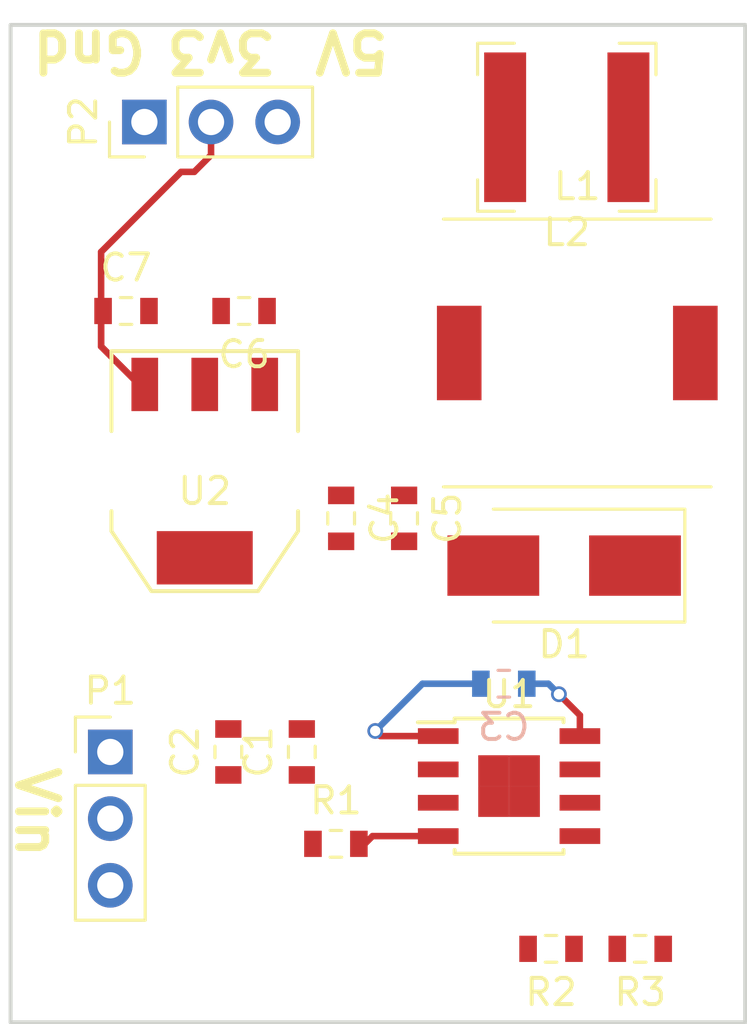
<source format=kicad_pcb>
(kicad_pcb (version 20170922) (host pcbnew "(2017-11-03 revision 08a9dc0)-master")

  (general
    (thickness 1.6)
    (drawings 8)
    (tracks 21)
    (zones 0)
    (modules 17)
    (nets 14)
  )

  (page A4)
  (layers
    (0 F.Cu signal)
    (31 B.Cu signal)
    (32 B.Adhes user)
    (33 F.Adhes user)
    (34 B.Paste user)
    (35 F.Paste user)
    (36 B.SilkS user)
    (37 F.SilkS user)
    (38 B.Mask user)
    (39 F.Mask user)
    (40 Dwgs.User user)
    (41 Cmts.User user)
    (42 Eco1.User user)
    (43 Eco2.User user)
    (44 Edge.Cuts user)
    (45 Margin user)
    (46 B.CrtYd user)
    (47 F.CrtYd user)
    (48 B.Fab user)
    (49 F.Fab user)
  )

  (setup
    (last_trace_width 0.25)
    (trace_clearance 0.2)
    (zone_clearance 0.508)
    (zone_45_only yes)
    (trace_min 0.2)
    (segment_width 0.2)
    (edge_width 0.15)
    (via_size 0.6)
    (via_drill 0.4)
    (via_min_size 0.4)
    (via_min_drill 0.3)
    (uvia_size 0.3)
    (uvia_drill 0.1)
    (uvias_allowed no)
    (uvia_min_size 0.2)
    (uvia_min_drill 0.1)
    (pcb_text_width 0.3)
    (pcb_text_size 1.5 1.5)
    (mod_edge_width 0.15)
    (mod_text_size 1 1)
    (mod_text_width 0.15)
    (pad_size 1.524 1.524)
    (pad_drill 0.762)
    (pad_to_mask_clearance 0.2)
    (aux_axis_origin 0 0)
    (visible_elements FFFFFF7F)
    (pcbplotparams
      (layerselection 0x00030_80000001)
      (usegerberextensions false)
      (usegerberattributes true)
      (usegerberadvancedattributes true)
      (creategerberjobfile true)
      (excludeedgelayer true)
      (linewidth 0.100000)
      (plotframeref false)
      (viasonmask false)
      (mode 1)
      (useauxorigin false)
      (hpglpennumber 1)
      (hpglpenspeed 20)
      (hpglpendiameter 15)
      (psnegative false)
      (psa4output false)
      (plotreference true)
      (plotvalue true)
      (plotinvisibletext false)
      (padsonsilk false)
      (subtractmaskfromsilk false)
      (outputformat 1)
      (mirror false)
      (drillshape 1)
      (scaleselection 1)
      (outputdirectory ""))
  )

  (net 0 "")
  (net 1 /Gnd)
  (net 2 /Vin)
  (net 3 "Net-(R1-Pad2)")
  (net 4 /SW)
  (net 5 /5V)
  (net 6 "Net-(C1-Pad1)")
  (net 7 "Net-(C1-Pad2)")
  (net 8 "Net-(C3-Pad1)")
  (net 9 "Net-(C3-Pad2)")
  (net 10 "Net-(C4-Pad1)")
  (net 11 "Net-(C7-Pad1)")
  (net 12 "Net-(R2-Pad1)")
  (net 13 "Net-(U1-Pad6)")

  (net_class Default "This is the default net class."
    (clearance 0.2)
    (trace_width 0.25)
    (via_dia 0.6)
    (via_drill 0.4)
    (uvia_dia 0.3)
    (uvia_drill 0.1)
    (add_net "Net-(C1-Pad1)")
    (add_net "Net-(C1-Pad2)")
    (add_net "Net-(C3-Pad1)")
    (add_net "Net-(C3-Pad2)")
    (add_net "Net-(C4-Pad1)")
    (add_net "Net-(C7-Pad1)")
    (add_net "Net-(R1-Pad2)")
    (add_net "Net-(R2-Pad1)")
    (add_net "Net-(U1-Pad6)")
  )

  (module footprints:C_0603_1608Metric (layer F.Cu) (tedit 59FE48B8) (tstamp 5A0C2C94)
    (at 135.1 107.7 90)
    (descr "Capacitor SMD 0603 (1608 Metric), square (rectangular) end terminal, IPC_7351 nominal, (Body size source: http://www.tortai-tech.com/upload/download/2011102023233369053.pdf), generated with kicad-footprint-generator")
    (tags capacitor)
    (path /5A09A767)
    (attr smd)
    (fp_text reference C1 (at 0 -1.65 90) (layer F.SilkS)
      (effects (font (size 1 1) (thickness 0.15)))
    )
    (fp_text value 10uF (at 0 1.65 90) (layer F.Fab)
      (effects (font (size 1 1) (thickness 0.15)))
    )
    (fp_line (start -0.8 0.4) (end -0.8 -0.4) (layer F.Fab) (width 0.1))
    (fp_line (start -0.8 -0.4) (end 0.8 -0.4) (layer F.Fab) (width 0.1))
    (fp_line (start 0.8 -0.4) (end 0.8 0.4) (layer F.Fab) (width 0.1))
    (fp_line (start 0.8 0.4) (end -0.8 0.4) (layer F.Fab) (width 0.1))
    (fp_line (start -0.22 -0.51) (end 0.22 -0.51) (layer F.SilkS) (width 0.12))
    (fp_line (start -0.22 0.51) (end 0.22 0.51) (layer F.SilkS) (width 0.12))
    (fp_line (start -1.46 0.75) (end -1.46 -0.75) (layer F.CrtYd) (width 0.05))
    (fp_line (start -1.46 -0.75) (end 1.46 -0.75) (layer F.CrtYd) (width 0.05))
    (fp_line (start 1.46 -0.75) (end 1.46 0.75) (layer F.CrtYd) (width 0.05))
    (fp_line (start 1.46 0.75) (end -1.46 0.75) (layer F.CrtYd) (width 0.05))
    (fp_text user %R (at 0 0 90) (layer F.Fab)
      (effects (font (size 0.5 0.5) (thickness 0.08)))
    )
    (pad 1 smd rect (at -0.875 0 90) (size 0.67 1) (layers F.Cu F.Paste F.Mask)
      (net 6 "Net-(C1-Pad1)"))
    (pad 2 smd rect (at 0.875 0 90) (size 0.67 1) (layers F.Cu F.Paste F.Mask)
      (net 7 "Net-(C1-Pad2)"))
    (model ${KISYS3DMOD}/Capacitor_SMD.3dshapes/C_0603_1608Metric.wrl
      (at (xyz 0 0 0))
      (scale (xyz 1 1 1))
      (rotate (xyz 0 0 0))
    )
  )

  (module footprints:C_0603_1608Metric (layer F.Cu) (tedit 59FE48B8) (tstamp 5A0C2CA4)
    (at 132.3 107.7 90)
    (descr "Capacitor SMD 0603 (1608 Metric), square (rectangular) end terminal, IPC_7351 nominal, (Body size source: http://www.tortai-tech.com/upload/download/2011102023233369053.pdf), generated with kicad-footprint-generator")
    (tags capacitor)
    (path /5A09A846)
    (attr smd)
    (fp_text reference C2 (at 0 -1.65 90) (layer F.SilkS)
      (effects (font (size 1 1) (thickness 0.15)))
    )
    (fp_text value 10uF (at 0 1.65 90) (layer F.Fab)
      (effects (font (size 1 1) (thickness 0.15)))
    )
    (fp_text user %R (at 0 0 90) (layer F.Fab)
      (effects (font (size 0.5 0.5) (thickness 0.08)))
    )
    (fp_line (start 1.46 0.75) (end -1.46 0.75) (layer F.CrtYd) (width 0.05))
    (fp_line (start 1.46 -0.75) (end 1.46 0.75) (layer F.CrtYd) (width 0.05))
    (fp_line (start -1.46 -0.75) (end 1.46 -0.75) (layer F.CrtYd) (width 0.05))
    (fp_line (start -1.46 0.75) (end -1.46 -0.75) (layer F.CrtYd) (width 0.05))
    (fp_line (start -0.22 0.51) (end 0.22 0.51) (layer F.SilkS) (width 0.12))
    (fp_line (start -0.22 -0.51) (end 0.22 -0.51) (layer F.SilkS) (width 0.12))
    (fp_line (start 0.8 0.4) (end -0.8 0.4) (layer F.Fab) (width 0.1))
    (fp_line (start 0.8 -0.4) (end 0.8 0.4) (layer F.Fab) (width 0.1))
    (fp_line (start -0.8 -0.4) (end 0.8 -0.4) (layer F.Fab) (width 0.1))
    (fp_line (start -0.8 0.4) (end -0.8 -0.4) (layer F.Fab) (width 0.1))
    (pad 2 smd rect (at 0.875 0 90) (size 0.67 1) (layers F.Cu F.Paste F.Mask)
      (net 7 "Net-(C1-Pad2)"))
    (pad 1 smd rect (at -0.875 0 90) (size 0.67 1) (layers F.Cu F.Paste F.Mask)
      (net 6 "Net-(C1-Pad1)"))
    (model ${KISYS3DMOD}/Capacitor_SMD.3dshapes/C_0603_1608Metric.wrl
      (at (xyz 0 0 0))
      (scale (xyz 1 1 1))
      (rotate (xyz 0 0 0))
    )
  )

  (module footprints:C_0603_1608Metric (layer B.Cu) (tedit 59FE48B8) (tstamp 5A0C2CB4)
    (at 142.8 105.1)
    (descr "Capacitor SMD 0603 (1608 Metric), square (rectangular) end terminal, IPC_7351 nominal, (Body size source: http://www.tortai-tech.com/upload/download/2011102023233369053.pdf), generated with kicad-footprint-generator")
    (tags capacitor)
    (path /5A09ADC8)
    (attr smd)
    (fp_text reference C3 (at 0 1.65) (layer B.SilkS)
      (effects (font (size 1 1) (thickness 0.15)) (justify mirror))
    )
    (fp_text value 0,1uF (at 0 -1.65) (layer B.Fab)
      (effects (font (size 1 1) (thickness 0.15)) (justify mirror))
    )
    (fp_line (start -0.8 -0.4) (end -0.8 0.4) (layer B.Fab) (width 0.1))
    (fp_line (start -0.8 0.4) (end 0.8 0.4) (layer B.Fab) (width 0.1))
    (fp_line (start 0.8 0.4) (end 0.8 -0.4) (layer B.Fab) (width 0.1))
    (fp_line (start 0.8 -0.4) (end -0.8 -0.4) (layer B.Fab) (width 0.1))
    (fp_line (start -0.22 0.51) (end 0.22 0.51) (layer B.SilkS) (width 0.12))
    (fp_line (start -0.22 -0.51) (end 0.22 -0.51) (layer B.SilkS) (width 0.12))
    (fp_line (start -1.46 -0.75) (end -1.46 0.75) (layer B.CrtYd) (width 0.05))
    (fp_line (start -1.46 0.75) (end 1.46 0.75) (layer B.CrtYd) (width 0.05))
    (fp_line (start 1.46 0.75) (end 1.46 -0.75) (layer B.CrtYd) (width 0.05))
    (fp_line (start 1.46 -0.75) (end -1.46 -0.75) (layer B.CrtYd) (width 0.05))
    (fp_text user %R (at 0 0) (layer B.Fab)
      (effects (font (size 0.5 0.5) (thickness 0.08)) (justify mirror))
    )
    (pad 1 smd rect (at -0.875 0) (size 0.67 1) (layers B.Cu B.Paste B.Mask)
      (net 8 "Net-(C3-Pad1)"))
    (pad 2 smd rect (at 0.875 0) (size 0.67 1) (layers B.Cu B.Paste B.Mask)
      (net 9 "Net-(C3-Pad2)"))
    (model ${KISYS3DMOD}/Capacitor_SMD.3dshapes/C_0603_1608Metric.wrl
      (at (xyz 0 0 0))
      (scale (xyz 1 1 1))
      (rotate (xyz 0 0 0))
    )
  )

  (module footprints:C_0603_1608Metric (layer F.Cu) (tedit 59FE48B8) (tstamp 5A0C2CC4)
    (at 136.6 98.8 270)
    (descr "Capacitor SMD 0603 (1608 Metric), square (rectangular) end terminal, IPC_7351 nominal, (Body size source: http://www.tortai-tech.com/upload/download/2011102023233369053.pdf), generated with kicad-footprint-generator")
    (tags capacitor)
    (path /5A09B81E)
    (attr smd)
    (fp_text reference C4 (at 0 -1.65 270) (layer F.SilkS)
      (effects (font (size 1 1) (thickness 0.15)))
    )
    (fp_text value 47uF (at 0 1.65 270) (layer F.Fab)
      (effects (font (size 1 1) (thickness 0.15)))
    )
    (fp_text user %R (at 0 0 270) (layer F.Fab)
      (effects (font (size 0.5 0.5) (thickness 0.08)))
    )
    (fp_line (start 1.46 0.75) (end -1.46 0.75) (layer F.CrtYd) (width 0.05))
    (fp_line (start 1.46 -0.75) (end 1.46 0.75) (layer F.CrtYd) (width 0.05))
    (fp_line (start -1.46 -0.75) (end 1.46 -0.75) (layer F.CrtYd) (width 0.05))
    (fp_line (start -1.46 0.75) (end -1.46 -0.75) (layer F.CrtYd) (width 0.05))
    (fp_line (start -0.22 0.51) (end 0.22 0.51) (layer F.SilkS) (width 0.12))
    (fp_line (start -0.22 -0.51) (end 0.22 -0.51) (layer F.SilkS) (width 0.12))
    (fp_line (start 0.8 0.4) (end -0.8 0.4) (layer F.Fab) (width 0.1))
    (fp_line (start 0.8 -0.4) (end 0.8 0.4) (layer F.Fab) (width 0.1))
    (fp_line (start -0.8 -0.4) (end 0.8 -0.4) (layer F.Fab) (width 0.1))
    (fp_line (start -0.8 0.4) (end -0.8 -0.4) (layer F.Fab) (width 0.1))
    (pad 2 smd rect (at 0.875 0 270) (size 0.67 1) (layers F.Cu F.Paste F.Mask)
      (net 7 "Net-(C1-Pad2)"))
    (pad 1 smd rect (at -0.875 0 270) (size 0.67 1) (layers F.Cu F.Paste F.Mask)
      (net 10 "Net-(C4-Pad1)"))
    (model ${KISYS3DMOD}/Capacitor_SMD.3dshapes/C_0603_1608Metric.wrl
      (at (xyz 0 0 0))
      (scale (xyz 1 1 1))
      (rotate (xyz 0 0 0))
    )
  )

  (module footprints:C_0603_1608Metric (layer F.Cu) (tedit 59FE48B8) (tstamp 5A0C2CD4)
    (at 139 98.8 270)
    (descr "Capacitor SMD 0603 (1608 Metric), square (rectangular) end terminal, IPC_7351 nominal, (Body size source: http://www.tortai-tech.com/upload/download/2011102023233369053.pdf), generated with kicad-footprint-generator")
    (tags capacitor)
    (path /5A09B916)
    (attr smd)
    (fp_text reference C5 (at 0 -1.65 270) (layer F.SilkS)
      (effects (font (size 1 1) (thickness 0.15)))
    )
    (fp_text value C (at 0 1.65 270) (layer F.Fab)
      (effects (font (size 1 1) (thickness 0.15)))
    )
    (fp_line (start -0.8 0.4) (end -0.8 -0.4) (layer F.Fab) (width 0.1))
    (fp_line (start -0.8 -0.4) (end 0.8 -0.4) (layer F.Fab) (width 0.1))
    (fp_line (start 0.8 -0.4) (end 0.8 0.4) (layer F.Fab) (width 0.1))
    (fp_line (start 0.8 0.4) (end -0.8 0.4) (layer F.Fab) (width 0.1))
    (fp_line (start -0.22 -0.51) (end 0.22 -0.51) (layer F.SilkS) (width 0.12))
    (fp_line (start -0.22 0.51) (end 0.22 0.51) (layer F.SilkS) (width 0.12))
    (fp_line (start -1.46 0.75) (end -1.46 -0.75) (layer F.CrtYd) (width 0.05))
    (fp_line (start -1.46 -0.75) (end 1.46 -0.75) (layer F.CrtYd) (width 0.05))
    (fp_line (start 1.46 -0.75) (end 1.46 0.75) (layer F.CrtYd) (width 0.05))
    (fp_line (start 1.46 0.75) (end -1.46 0.75) (layer F.CrtYd) (width 0.05))
    (fp_text user %R (at 0 0 270) (layer F.Fab)
      (effects (font (size 0.5 0.5) (thickness 0.08)))
    )
    (pad 1 smd rect (at -0.875 0 270) (size 0.67 1) (layers F.Cu F.Paste F.Mask)
      (net 10 "Net-(C4-Pad1)"))
    (pad 2 smd rect (at 0.875 0 270) (size 0.67 1) (layers F.Cu F.Paste F.Mask)
      (net 7 "Net-(C1-Pad2)"))
    (model ${KISYS3DMOD}/Capacitor_SMD.3dshapes/C_0603_1608Metric.wrl
      (at (xyz 0 0 0))
      (scale (xyz 1 1 1))
      (rotate (xyz 0 0 0))
    )
  )

  (module footprints:C_0603_1608Metric (layer F.Cu) (tedit 59FE48B8) (tstamp 5A0C2CE4)
    (at 132.9 90.9 180)
    (descr "Capacitor SMD 0603 (1608 Metric), square (rectangular) end terminal, IPC_7351 nominal, (Body size source: http://www.tortai-tech.com/upload/download/2011102023233369053.pdf), generated with kicad-footprint-generator")
    (tags capacitor)
    (path /5A09BAED)
    (attr smd)
    (fp_text reference C6 (at 0 -1.65 180) (layer F.SilkS)
      (effects (font (size 1 1) (thickness 0.15)))
    )
    (fp_text value 0.1uF (at 0 1.65 180) (layer F.Fab)
      (effects (font (size 1 1) (thickness 0.15)))
    )
    (fp_text user %R (at 0 0 180) (layer F.Fab)
      (effects (font (size 0.5 0.5) (thickness 0.08)))
    )
    (fp_line (start 1.46 0.75) (end -1.46 0.75) (layer F.CrtYd) (width 0.05))
    (fp_line (start 1.46 -0.75) (end 1.46 0.75) (layer F.CrtYd) (width 0.05))
    (fp_line (start -1.46 -0.75) (end 1.46 -0.75) (layer F.CrtYd) (width 0.05))
    (fp_line (start -1.46 0.75) (end -1.46 -0.75) (layer F.CrtYd) (width 0.05))
    (fp_line (start -0.22 0.51) (end 0.22 0.51) (layer F.SilkS) (width 0.12))
    (fp_line (start -0.22 -0.51) (end 0.22 -0.51) (layer F.SilkS) (width 0.12))
    (fp_line (start 0.8 0.4) (end -0.8 0.4) (layer F.Fab) (width 0.1))
    (fp_line (start 0.8 -0.4) (end 0.8 0.4) (layer F.Fab) (width 0.1))
    (fp_line (start -0.8 -0.4) (end 0.8 -0.4) (layer F.Fab) (width 0.1))
    (fp_line (start -0.8 0.4) (end -0.8 -0.4) (layer F.Fab) (width 0.1))
    (pad 2 smd rect (at 0.875 0 180) (size 0.67 1) (layers F.Cu F.Paste F.Mask)
      (net 7 "Net-(C1-Pad2)"))
    (pad 1 smd rect (at -0.875 0 180) (size 0.67 1) (layers F.Cu F.Paste F.Mask)
      (net 10 "Net-(C4-Pad1)"))
    (model ${KISYS3DMOD}/Capacitor_SMD.3dshapes/C_0603_1608Metric.wrl
      (at (xyz 0 0 0))
      (scale (xyz 1 1 1))
      (rotate (xyz 0 0 0))
    )
  )

  (module footprints:C_0603_1608Metric (layer F.Cu) (tedit 59FE48B8) (tstamp 5A0C2CF4)
    (at 128.4 90.9)
    (descr "Capacitor SMD 0603 (1608 Metric), square (rectangular) end terminal, IPC_7351 nominal, (Body size source: http://www.tortai-tech.com/upload/download/2011102023233369053.pdf), generated with kicad-footprint-generator")
    (tags capacitor)
    (path /5A09BBBF)
    (attr smd)
    (fp_text reference C7 (at 0 -1.65) (layer F.SilkS)
      (effects (font (size 1 1) (thickness 0.15)))
    )
    (fp_text value 0.1uF (at 0 1.65) (layer F.Fab)
      (effects (font (size 1 1) (thickness 0.15)))
    )
    (fp_line (start -0.8 0.4) (end -0.8 -0.4) (layer F.Fab) (width 0.1))
    (fp_line (start -0.8 -0.4) (end 0.8 -0.4) (layer F.Fab) (width 0.1))
    (fp_line (start 0.8 -0.4) (end 0.8 0.4) (layer F.Fab) (width 0.1))
    (fp_line (start 0.8 0.4) (end -0.8 0.4) (layer F.Fab) (width 0.1))
    (fp_line (start -0.22 -0.51) (end 0.22 -0.51) (layer F.SilkS) (width 0.12))
    (fp_line (start -0.22 0.51) (end 0.22 0.51) (layer F.SilkS) (width 0.12))
    (fp_line (start -1.46 0.75) (end -1.46 -0.75) (layer F.CrtYd) (width 0.05))
    (fp_line (start -1.46 -0.75) (end 1.46 -0.75) (layer F.CrtYd) (width 0.05))
    (fp_line (start 1.46 -0.75) (end 1.46 0.75) (layer F.CrtYd) (width 0.05))
    (fp_line (start 1.46 0.75) (end -1.46 0.75) (layer F.CrtYd) (width 0.05))
    (fp_text user %R (at 0 0) (layer F.Fab)
      (effects (font (size 0.5 0.5) (thickness 0.08)))
    )
    (pad 1 smd rect (at -0.875 0) (size 0.67 1) (layers F.Cu F.Paste F.Mask)
      (net 11 "Net-(C7-Pad1)"))
    (pad 2 smd rect (at 0.875 0) (size 0.67 1) (layers F.Cu F.Paste F.Mask)
      (net 7 "Net-(C1-Pad2)"))
    (model ${KISYS3DMOD}/Capacitor_SMD.3dshapes/C_0603_1608Metric.wrl
      (at (xyz 0 0 0))
      (scale (xyz 1 1 1))
      (rotate (xyz 0 0 0))
    )
  )

  (module footprints:D_SMB_Handsoldering (layer F.Cu) (tedit 590B3D55) (tstamp 5A0C2D04)
    (at 145.1 100.6 180)
    (descr "Diode SMB (DO-214AA) Handsoldering")
    (tags "Diode SMB (DO-214AA) Handsoldering")
    (path /5A09AF2F)
    (attr smd)
    (fp_text reference D1 (at 0 -3 180) (layer F.SilkS)
      (effects (font (size 1 1) (thickness 0.15)))
    )
    (fp_text value SSB43L (at 0 3 180) (layer F.Fab)
      (effects (font (size 1 1) (thickness 0.15)))
    )
    (fp_text user %R (at 0 -3 180) (layer F.Fab)
      (effects (font (size 1 1) (thickness 0.15)))
    )
    (fp_line (start -4.6 -2.15) (end -4.6 2.15) (layer F.SilkS) (width 0.12))
    (fp_line (start 2.3 2) (end -2.3 2) (layer F.Fab) (width 0.1))
    (fp_line (start -2.3 2) (end -2.3 -2) (layer F.Fab) (width 0.1))
    (fp_line (start 2.3 -2) (end 2.3 2) (layer F.Fab) (width 0.1))
    (fp_line (start 2.3 -2) (end -2.3 -2) (layer F.Fab) (width 0.1))
    (fp_line (start -4.7 -2.25) (end 4.7 -2.25) (layer F.CrtYd) (width 0.05))
    (fp_line (start 4.7 -2.25) (end 4.7 2.25) (layer F.CrtYd) (width 0.05))
    (fp_line (start 4.7 2.25) (end -4.7 2.25) (layer F.CrtYd) (width 0.05))
    (fp_line (start -4.7 2.25) (end -4.7 -2.25) (layer F.CrtYd) (width 0.05))
    (fp_line (start -0.64944 0.00102) (end -1.55114 0.00102) (layer F.Fab) (width 0.1))
    (fp_line (start 0.50118 0.00102) (end 1.4994 0.00102) (layer F.Fab) (width 0.1))
    (fp_line (start -0.64944 -0.79908) (end -0.64944 0.80112) (layer F.Fab) (width 0.1))
    (fp_line (start 0.50118 0.75032) (end 0.50118 -0.79908) (layer F.Fab) (width 0.1))
    (fp_line (start -0.64944 0.00102) (end 0.50118 0.75032) (layer F.Fab) (width 0.1))
    (fp_line (start -0.64944 0.00102) (end 0.50118 -0.79908) (layer F.Fab) (width 0.1))
    (fp_line (start -4.6 2.15) (end 2.7 2.15) (layer F.SilkS) (width 0.12))
    (fp_line (start -4.6 -2.15) (end 2.7 -2.15) (layer F.SilkS) (width 0.12))
    (pad 1 smd rect (at -2.7 0 180) (size 3.5 2.3) (layers F.Cu F.Paste F.Mask)
      (net 9 "Net-(C3-Pad2)"))
    (pad 2 smd rect (at 2.7 0 180) (size 3.5 2.3) (layers F.Cu F.Paste F.Mask)
      (net 7 "Net-(C1-Pad2)"))
    (model ${KISYS3DMOD}/Diode_SMD.3dshapes/D_SMB.wrl
      (at (xyz 0 0 0))
      (scale (xyz 1 1 1))
      (rotate (xyz 0 0 0))
    )
  )

  (module footprints:L_TDK_VLF10040 (layer F.Cu) (tedit 5A01DF12) (tstamp 5A0C2D1B)
    (at 145.6 92.5)
    (descr "Inductor,TDK, TDK-VLP-8040, 8.6mmx8.6mm")
    (tags "inductor TDK VLP smd VLF10040")
    (path /5A09B461)
    (attr smd)
    (fp_text reference L1 (at 0 -6.35) (layer F.SilkS)
      (effects (font (size 1 1) (thickness 0.15)))
    )
    (fp_text value VLF10040T (at 0 6) (layer F.Fab)
      (effects (font (size 1 1) (thickness 0.15)))
    )
    (fp_text user %R (at 0 0) (layer F.Fab)
      (effects (font (size 1 1) (thickness 0.15)))
    )
    (fp_line (start -3.5 -3.5) (end -2.4 -3.5) (layer F.Fab) (width 0.1))
    (fp_line (start -3.5 -2.4) (end -3.5 -3.5) (layer F.Fab) (width 0.1))
    (fp_line (start 3.5 3.5) (end 2.4 3.5) (layer F.Fab) (width 0.1))
    (fp_line (start 3.5 2.4) (end 3.5 3.5) (layer F.Fab) (width 0.1))
    (fp_line (start -3.5 2.4) (end -3.5 3.5) (layer F.Fab) (width 0.1))
    (fp_line (start -3.5 3.5) (end -2.4 3.5) (layer F.Fab) (width 0.1))
    (fp_line (start 3.5 -3.5) (end 3.5 -2.4) (layer F.Fab) (width 0.1))
    (fp_line (start 3.5 -3.5) (end 2.4 -3.5) (layer F.Fab) (width 0.1))
    (fp_line (start -5 -5) (end -5 5) (layer F.CrtYd) (width 0.05))
    (fp_line (start -5 5) (end 5 5) (layer F.CrtYd) (width 0.05))
    (fp_line (start 5 5) (end 5 -5) (layer F.CrtYd) (width 0.05))
    (fp_line (start 5 -5) (end -5 -5) (layer F.CrtYd) (width 0.05))
    (fp_line (start -5.1 5.1) (end 5.1 5.1) (layer F.SilkS) (width 0.12))
    (fp_line (start -5.1 -5.1) (end 5.1 -5.1) (layer F.SilkS) (width 0.12))
    (fp_circle (center 0 0) (end 3 3) (layer F.Fab) (width 0.1))
    (pad 1 smd rect (at -4.5 0) (size 1.7 3.6) (layers F.Cu F.Paste F.Mask)
      (net 9 "Net-(C3-Pad2)"))
    (pad 2 smd rect (at 4.5 0) (size 1.7 3.6) (layers F.Cu F.Paste F.Mask)
      (net 10 "Net-(C4-Pad1)"))
    (model ${KISYS3DMOD}/Inductor_SMD.3dshapes/L_TDK_VLF10040.wrl
      (at (xyz 0 0 0))
      (scale (xyz 1 1 1))
      (rotate (xyz 0 0 0))
    )
  )

  (module footprints:L_Bourns-SRN6028 (layer F.Cu) (tedit 5A01E340) (tstamp 5A0C2D30)
    (at 145.2 83.9)
    (descr "Bourns SRN6028 series SMD inductor")
    (tags "Bourns SRN6028 SMD inductor")
    (path /5A09B4C5)
    (attr smd)
    (fp_text reference L2 (at 0 4) (layer F.SilkS)
      (effects (font (size 1 1) (thickness 0.15)))
    )
    (fp_text value SRN6028 (at 0 -4) (layer F.Fab)
      (effects (font (size 1 1) (thickness 0.15)))
    )
    (fp_text user %R (at 0 0) (layer F.Fab)
      (effects (font (size 1 1) (thickness 0.15)))
    )
    (fp_line (start 3.3 3.1) (end -3.3 3.1) (layer F.Fab) (width 0.1))
    (fp_line (start -3.3 -3.1) (end 3.3 -3.1) (layer F.Fab) (width 0.1))
    (fp_line (start -3.4 -3.2) (end -3.4 -2) (layer F.SilkS) (width 0.12))
    (fp_line (start -3.4 -3.2) (end -2 -3.2) (layer F.SilkS) (width 0.12))
    (fp_line (start -3.3 -3.1) (end -3.3 3.1) (layer F.Fab) (width 0.1))
    (fp_line (start 3.3 -3.1) (end 3.3 3.1) (layer F.Fab) (width 0.1))
    (fp_line (start 3.4 -3.2) (end 2 -3.2) (layer F.SilkS) (width 0.12))
    (fp_line (start 3.4 -3.2) (end 3.4 -2) (layer F.SilkS) (width 0.12))
    (fp_line (start 3.4 3.2) (end 3.4 2) (layer F.SilkS) (width 0.12))
    (fp_line (start -3.4 3.2) (end -3.4 2) (layer F.SilkS) (width 0.12))
    (fp_line (start 3.4 3.2) (end 2 3.2) (layer F.SilkS) (width 0.12))
    (fp_line (start -3.4 3.2) (end -2 3.2) (layer F.SilkS) (width 0.12))
    (fp_line (start -3.3 -3.1) (end 3.3 -3.1) (layer F.CrtYd) (width 0.05))
    (fp_line (start 3.3 -3.1) (end 3.3 3.1) (layer F.CrtYd) (width 0.05))
    (fp_line (start 3.3 3.1) (end -3.3 3.1) (layer F.CrtYd) (width 0.05))
    (fp_line (start -3.3 -3.1) (end -3.3 3.1) (layer F.CrtYd) (width 0.05))
    (pad 1 smd rect (at -2.35 0) (size 1.6 5.7) (layers F.Cu F.Paste F.Mask)
      (net 9 "Net-(C3-Pad2)"))
    (pad 2 smd rect (at 2.35 0) (size 1.6 5.7) (layers F.Cu F.Paste F.Mask)
      (net 10 "Net-(C4-Pad1)"))
    (model ${KISYS3DMOD}/Inductor_SMD.3dshapes/L_Bourns-SRN6028.wrl
      (at (xyz 0 0 0))
      (scale (xyz 1 1 1))
      (rotate (xyz 0 0 0))
    )
  )

  (module footprints:PinSocket_1x03_P2.54mm_Vertical (layer F.Cu) (tedit 59FEDB18) (tstamp 5A0C2D46)
    (at 127.8 107.7)
    (descr "Through hole straight socket strip, 1x03, 2.54mm pitch, single row")
    (tags "Through hole socket strip THT 1x03 2.54mm single row")
    (path /5A09A5D8)
    (fp_text reference P1 (at 0 -2.33) (layer F.SilkS)
      (effects (font (size 1 1) (thickness 0.15)))
    )
    (fp_text value Input (at 0 7.41) (layer F.Fab)
      (effects (font (size 1 1) (thickness 0.15)))
    )
    (fp_text user %R (at 0 -2.33) (layer F.Fab)
      (effects (font (size 1 1) (thickness 0.15)))
    )
    (fp_line (start 1.8 -1.8) (end -1.8 -1.8) (layer F.CrtYd) (width 0.05))
    (fp_line (start 1.8 6.85) (end 1.8 -1.8) (layer F.CrtYd) (width 0.05))
    (fp_line (start -1.8 6.85) (end 1.8 6.85) (layer F.CrtYd) (width 0.05))
    (fp_line (start -1.8 -1.8) (end -1.8 6.85) (layer F.CrtYd) (width 0.05))
    (fp_line (start -1.33 -1.33) (end 0 -1.33) (layer F.SilkS) (width 0.12))
    (fp_line (start -1.33 0) (end -1.33 -1.33) (layer F.SilkS) (width 0.12))
    (fp_line (start 1.33 1.27) (end -1.33 1.27) (layer F.SilkS) (width 0.12))
    (fp_line (start 1.33 6.41) (end 1.33 1.27) (layer F.SilkS) (width 0.12))
    (fp_line (start -1.33 6.41) (end 1.33 6.41) (layer F.SilkS) (width 0.12))
    (fp_line (start -1.33 1.27) (end -1.33 6.41) (layer F.SilkS) (width 0.12))
    (fp_line (start 1.27 -1.27) (end -1.27 -1.27) (layer F.Fab) (width 0.1))
    (fp_line (start 1.27 6.35) (end 1.27 -1.27) (layer F.Fab) (width 0.1))
    (fp_line (start -1.27 6.35) (end 1.27 6.35) (layer F.Fab) (width 0.1))
    (fp_line (start -1.27 -1.27) (end -1.27 6.35) (layer F.Fab) (width 0.1))
    (pad 3 thru_hole oval (at 0 5.08) (size 1.7 1.7) (drill 1) (layers *.Cu *.Mask)
      (net 7 "Net-(C1-Pad2)"))
    (pad 2 thru_hole oval (at 0 2.54) (size 1.7 1.7) (drill 1) (layers *.Cu *.Mask)
      (net 6 "Net-(C1-Pad1)"))
    (pad 1 thru_hole rect (at 0 0) (size 1.7 1.7) (drill 1) (layers *.Cu *.Mask)
      (net 7 "Net-(C1-Pad2)"))
    (model ${KISYS3DMOD}/Conn_PinSocket_2.54mm.3dshapes/PinSocket_1x03_P2.54mm_Vertical.wrl
      (at (xyz 0 -0.1 0))
      (scale (xyz 1 1 1))
      (rotate (xyz 0 0 270))
    )
  )

  (module footprints:PinSocket_1x03_P2.54mm_Vertical (layer F.Cu) (tedit 59FEDB18) (tstamp 5A0C2D5B)
    (at 129.1 83.7 90)
    (descr "Through hole straight socket strip, 1x03, 2.54mm pitch, single row")
    (tags "Through hole socket strip THT 1x03 2.54mm single row")
    (path /5A09C2B2)
    (fp_text reference P2 (at 0 -2.33 90) (layer F.SilkS)
      (effects (font (size 1 1) (thickness 0.15)))
    )
    (fp_text value Output (at 0 7.41 90) (layer F.Fab)
      (effects (font (size 1 1) (thickness 0.15)))
    )
    (fp_line (start -1.27 -1.27) (end -1.27 6.35) (layer F.Fab) (width 0.1))
    (fp_line (start -1.27 6.35) (end 1.27 6.35) (layer F.Fab) (width 0.1))
    (fp_line (start 1.27 6.35) (end 1.27 -1.27) (layer F.Fab) (width 0.1))
    (fp_line (start 1.27 -1.27) (end -1.27 -1.27) (layer F.Fab) (width 0.1))
    (fp_line (start -1.33 1.27) (end -1.33 6.41) (layer F.SilkS) (width 0.12))
    (fp_line (start -1.33 6.41) (end 1.33 6.41) (layer F.SilkS) (width 0.12))
    (fp_line (start 1.33 6.41) (end 1.33 1.27) (layer F.SilkS) (width 0.12))
    (fp_line (start 1.33 1.27) (end -1.33 1.27) (layer F.SilkS) (width 0.12))
    (fp_line (start -1.33 0) (end -1.33 -1.33) (layer F.SilkS) (width 0.12))
    (fp_line (start -1.33 -1.33) (end 0 -1.33) (layer F.SilkS) (width 0.12))
    (fp_line (start -1.8 -1.8) (end -1.8 6.85) (layer F.CrtYd) (width 0.05))
    (fp_line (start -1.8 6.85) (end 1.8 6.85) (layer F.CrtYd) (width 0.05))
    (fp_line (start 1.8 6.85) (end 1.8 -1.8) (layer F.CrtYd) (width 0.05))
    (fp_line (start 1.8 -1.8) (end -1.8 -1.8) (layer F.CrtYd) (width 0.05))
    (fp_text user %R (at 0 -2.33 90) (layer F.Fab)
      (effects (font (size 1 1) (thickness 0.15)))
    )
    (pad 1 thru_hole rect (at 0 0 90) (size 1.7 1.7) (drill 1) (layers *.Cu *.Mask)
      (net 10 "Net-(C4-Pad1)"))
    (pad 2 thru_hole oval (at 0 2.54 90) (size 1.7 1.7) (drill 1) (layers *.Cu *.Mask)
      (net 11 "Net-(C7-Pad1)"))
    (pad 3 thru_hole oval (at 0 5.08 90) (size 1.7 1.7) (drill 1) (layers *.Cu *.Mask)
      (net 7 "Net-(C1-Pad2)"))
    (model ${KISYS3DMOD}/Conn_PinSocket_2.54mm.3dshapes/PinSocket_1x03_P2.54mm_Vertical.wrl
      (at (xyz 0 -0.1 0))
      (scale (xyz 1 1 1))
      (rotate (xyz 0 0 270))
    )
  )

  (module footprints:R_0603_1608Metric (layer F.Cu) (tedit 59FE48B8) (tstamp 5A0C2D70)
    (at 136.4 111.2)
    (descr "Resistor SMD 0603 (1608 Metric), square (rectangular) end terminal, IPC_7351 nominal, (Body size source: http://www.tortai-tech.com/upload/download/2011102023233369053.pdf), generated with kicad-footprint-generator")
    (tags resistor)
    (path /5A09AB04)
    (attr smd)
    (fp_text reference R1 (at 0 -1.65) (layer F.SilkS)
      (effects (font (size 1 1) (thickness 0.15)))
    )
    (fp_text value 100k (at 0 1.65) (layer F.Fab)
      (effects (font (size 1 1) (thickness 0.15)))
    )
    (fp_line (start -0.8 0.4) (end -0.8 -0.4) (layer F.Fab) (width 0.1))
    (fp_line (start -0.8 -0.4) (end 0.8 -0.4) (layer F.Fab) (width 0.1))
    (fp_line (start 0.8 -0.4) (end 0.8 0.4) (layer F.Fab) (width 0.1))
    (fp_line (start 0.8 0.4) (end -0.8 0.4) (layer F.Fab) (width 0.1))
    (fp_line (start -0.22 -0.51) (end 0.22 -0.51) (layer F.SilkS) (width 0.12))
    (fp_line (start -0.22 0.51) (end 0.22 0.51) (layer F.SilkS) (width 0.12))
    (fp_line (start -1.46 0.75) (end -1.46 -0.75) (layer F.CrtYd) (width 0.05))
    (fp_line (start -1.46 -0.75) (end 1.46 -0.75) (layer F.CrtYd) (width 0.05))
    (fp_line (start 1.46 -0.75) (end 1.46 0.75) (layer F.CrtYd) (width 0.05))
    (fp_line (start 1.46 0.75) (end -1.46 0.75) (layer F.CrtYd) (width 0.05))
    (fp_text user %R (at 0 0) (layer F.Fab)
      (effects (font (size 0.5 0.5) (thickness 0.08)))
    )
    (pad 1 smd rect (at -0.875 0) (size 0.67 1) (layers F.Cu F.Paste F.Mask)
      (net 6 "Net-(C1-Pad1)"))
    (pad 2 smd rect (at 0.875 0) (size 0.67 1) (layers F.Cu F.Paste F.Mask)
      (net 3 "Net-(R1-Pad2)"))
    (model ${KISYS3DMOD}/Resistor_SMD.3dshapes/R_0603_1608Metric.wrl
      (at (xyz 0 0 0))
      (scale (xyz 1 1 1))
      (rotate (xyz 0 0 0))
    )
  )

  (module footprints:R_0603_1608Metric (layer F.Cu) (tedit 59FE48B8) (tstamp 5A0C2D90)
    (at 144.6 115.2 180)
    (descr "Resistor SMD 0603 (1608 Metric), square (rectangular) end terminal, IPC_7351 nominal, (Body size source: http://www.tortai-tech.com/upload/download/2011102023233369053.pdf), generated with kicad-footprint-generator")
    (tags resistor)
    (path /5A09B1A3)
    (attr smd)
    (fp_text reference R2 (at 0 -1.65 180) (layer F.SilkS)
      (effects (font (size 1 1) (thickness 0.15)))
    )
    (fp_text value R (at 0 1.65 180) (layer F.Fab)
      (effects (font (size 1 1) (thickness 0.15)))
    )
    (fp_line (start -0.8 0.4) (end -0.8 -0.4) (layer F.Fab) (width 0.1))
    (fp_line (start -0.8 -0.4) (end 0.8 -0.4) (layer F.Fab) (width 0.1))
    (fp_line (start 0.8 -0.4) (end 0.8 0.4) (layer F.Fab) (width 0.1))
    (fp_line (start 0.8 0.4) (end -0.8 0.4) (layer F.Fab) (width 0.1))
    (fp_line (start -0.22 -0.51) (end 0.22 -0.51) (layer F.SilkS) (width 0.12))
    (fp_line (start -0.22 0.51) (end 0.22 0.51) (layer F.SilkS) (width 0.12))
    (fp_line (start -1.46 0.75) (end -1.46 -0.75) (layer F.CrtYd) (width 0.05))
    (fp_line (start -1.46 -0.75) (end 1.46 -0.75) (layer F.CrtYd) (width 0.05))
    (fp_line (start 1.46 -0.75) (end 1.46 0.75) (layer F.CrtYd) (width 0.05))
    (fp_line (start 1.46 0.75) (end -1.46 0.75) (layer F.CrtYd) (width 0.05))
    (fp_text user %R (at 0 0 180) (layer F.Fab)
      (effects (font (size 0.5 0.5) (thickness 0.08)))
    )
    (pad 1 smd rect (at -0.875 0 180) (size 0.67 1) (layers F.Cu F.Paste F.Mask)
      (net 12 "Net-(R2-Pad1)"))
    (pad 2 smd rect (at 0.875 0 180) (size 0.67 1) (layers F.Cu F.Paste F.Mask)
      (net 7 "Net-(C1-Pad2)"))
    (model ${KISYS3DMOD}/Resistor_SMD.3dshapes/R_0603_1608Metric.wrl
      (at (xyz 0 0 0))
      (scale (xyz 1 1 1))
      (rotate (xyz 0 0 0))
    )
  )

  (module footprints:R_0603_1608Metric (layer F.Cu) (tedit 59FE48B8) (tstamp 5A0C2DA1)
    (at 148 115.2 180)
    (descr "Resistor SMD 0603 (1608 Metric), square (rectangular) end terminal, IPC_7351 nominal, (Body size source: http://www.tortai-tech.com/upload/download/2011102023233369053.pdf), generated with kicad-footprint-generator")
    (tags resistor)
    (path /5A09B1FB)
    (attr smd)
    (fp_text reference R3 (at 0 -1.65 180) (layer F.SilkS)
      (effects (font (size 1 1) (thickness 0.15)))
    )
    (fp_text value R (at 0 1.65 180) (layer F.Fab)
      (effects (font (size 1 1) (thickness 0.15)))
    )
    (fp_text user %R (at 0 0 180) (layer F.Fab)
      (effects (font (size 0.5 0.5) (thickness 0.08)))
    )
    (fp_line (start 1.46 0.75) (end -1.46 0.75) (layer F.CrtYd) (width 0.05))
    (fp_line (start 1.46 -0.75) (end 1.46 0.75) (layer F.CrtYd) (width 0.05))
    (fp_line (start -1.46 -0.75) (end 1.46 -0.75) (layer F.CrtYd) (width 0.05))
    (fp_line (start -1.46 0.75) (end -1.46 -0.75) (layer F.CrtYd) (width 0.05))
    (fp_line (start -0.22 0.51) (end 0.22 0.51) (layer F.SilkS) (width 0.12))
    (fp_line (start -0.22 -0.51) (end 0.22 -0.51) (layer F.SilkS) (width 0.12))
    (fp_line (start 0.8 0.4) (end -0.8 0.4) (layer F.Fab) (width 0.1))
    (fp_line (start 0.8 -0.4) (end 0.8 0.4) (layer F.Fab) (width 0.1))
    (fp_line (start -0.8 -0.4) (end 0.8 -0.4) (layer F.Fab) (width 0.1))
    (fp_line (start -0.8 0.4) (end -0.8 -0.4) (layer F.Fab) (width 0.1))
    (pad 2 smd rect (at 0.875 0 180) (size 0.67 1) (layers F.Cu F.Paste F.Mask)
      (net 12 "Net-(R2-Pad1)"))
    (pad 1 smd rect (at -0.875 0 180) (size 0.67 1) (layers F.Cu F.Paste F.Mask)
      (net 10 "Net-(C4-Pad1)"))
    (model ${KISYS3DMOD}/Resistor_SMD.3dshapes/R_0603_1608Metric.wrl
      (at (xyz 0 0 0))
      (scale (xyz 1 1 1))
      (rotate (xyz 0 0 0))
    )
  )

  (module footprints:SOIC-8-1EP_3.9x4.9mm_Pitch1.27mm (layer F.Cu) (tedit 54130A77) (tstamp 5A0C2DA2)
    (at 143 109)
    (descr "8-Lead Thermally Enhanced Plastic Small Outline (SE) - Narrow, 3.90 mm Body [SOIC] (see Microchip Packaging Specification 00000049BS.pdf)")
    (tags "SOIC 1.27")
    (path /5A09AC83)
    (attr smd)
    (fp_text reference U1 (at 0 -3.5) (layer F.SilkS)
      (effects (font (size 1 1) (thickness 0.15)))
    )
    (fp_text value ADP2303ARDZ-5.0 (at 0 3.5) (layer F.Fab)
      (effects (font (size 1 1) (thickness 0.15)))
    )
    (fp_line (start -3.75 -2.75) (end -3.75 2.75) (layer F.CrtYd) (width 0.05))
    (fp_line (start 3.75 -2.75) (end 3.75 2.75) (layer F.CrtYd) (width 0.05))
    (fp_line (start -3.75 -2.75) (end 3.75 -2.75) (layer F.CrtYd) (width 0.05))
    (fp_line (start -3.75 2.75) (end 3.75 2.75) (layer F.CrtYd) (width 0.05))
    (fp_line (start -2.075 -2.575) (end -2.075 -2.43) (layer F.SilkS) (width 0.15))
    (fp_line (start 2.075 -2.575) (end 2.075 -2.43) (layer F.SilkS) (width 0.15))
    (fp_line (start 2.075 2.575) (end 2.075 2.43) (layer F.SilkS) (width 0.15))
    (fp_line (start -2.075 2.575) (end -2.075 2.43) (layer F.SilkS) (width 0.15))
    (fp_line (start -2.075 -2.575) (end 2.075 -2.575) (layer F.SilkS) (width 0.15))
    (fp_line (start -2.075 2.575) (end 2.075 2.575) (layer F.SilkS) (width 0.15))
    (fp_line (start -2.075 -2.43) (end -3.475 -2.43) (layer F.SilkS) (width 0.15))
    (pad 1 smd rect (at -2.7 -1.905) (size 1.55 0.6) (layers F.Cu F.Paste F.Mask)
      (net 8 "Net-(C3-Pad1)"))
    (pad 2 smd rect (at -2.7 -0.635) (size 1.55 0.6) (layers F.Cu F.Paste F.Mask)
      (net 6 "Net-(C1-Pad1)"))
    (pad 3 smd rect (at -2.7 0.635) (size 1.55 0.6) (layers F.Cu F.Paste F.Mask)
      (net 6 "Net-(C1-Pad1)"))
    (pad 4 smd rect (at -2.7 1.905) (size 1.55 0.6) (layers F.Cu F.Paste F.Mask)
      (net 3 "Net-(R1-Pad2)"))
    (pad 5 smd rect (at 2.7 1.905) (size 1.55 0.6) (layers F.Cu F.Paste F.Mask)
      (net 12 "Net-(R2-Pad1)"))
    (pad 6 smd rect (at 2.7 0.635) (size 1.55 0.6) (layers F.Cu F.Paste F.Mask)
      (net 13 "Net-(U1-Pad6)"))
    (pad 7 smd rect (at 2.7 -0.635) (size 1.55 0.6) (layers F.Cu F.Paste F.Mask)
      (net 7 "Net-(C1-Pad2)"))
    (pad 8 smd rect (at 2.7 -1.905) (size 1.55 0.6) (layers F.Cu F.Paste F.Mask)
      (net 9 "Net-(C3-Pad2)"))
    (pad 9 smd rect (at 0.5875 0.5875) (size 1.175 1.175) (layers F.Cu F.Paste F.Mask)
      (net 7 "Net-(C1-Pad2)") (solder_paste_margin_ratio -0.2))
    (pad 9 smd rect (at 0.5875 -0.5875) (size 1.175 1.175) (layers F.Cu F.Paste F.Mask)
      (net 7 "Net-(C1-Pad2)") (solder_paste_margin_ratio -0.2))
    (pad 9 smd rect (at -0.5875 0.5875) (size 1.175 1.175) (layers F.Cu F.Paste F.Mask)
      (net 7 "Net-(C1-Pad2)") (solder_paste_margin_ratio -0.2))
    (pad 9 smd rect (at -0.5875 -0.5875) (size 1.175 1.175) (layers F.Cu F.Paste F.Mask)
      (net 7 "Net-(C1-Pad2)") (solder_paste_margin_ratio -0.2))
    (model Housings_SOIC.3dshapes/SOIC-8-1EP_3.9x4.9mm_Pitch1.27mm.wrl
      (at (xyz 0 0 0))
      (scale (xyz 1 1 1))
      (rotate (xyz 0 0 0))
    )
  )

  (module footprints:SOT-223 (layer F.Cu) (tedit 0) (tstamp 5A0C2DBC)
    (at 131.4 97 180)
    (descr "module CMS SOT223 4 pins")
    (tags "CMS SOT")
    (path /5A09BDA1)
    (attr smd)
    (fp_text reference U2 (at 0 -0.762 180) (layer F.SilkS)
      (effects (font (size 1 1) (thickness 0.15)))
    )
    (fp_text value MCP1825S (at 0 0.762 180) (layer F.Fab)
      (effects (font (size 1 1) (thickness 0.15)))
    )
    (fp_line (start -3.556 1.524) (end -3.556 4.572) (layer F.SilkS) (width 0.15))
    (fp_line (start -3.556 4.572) (end 3.556 4.572) (layer F.SilkS) (width 0.15))
    (fp_line (start 3.556 4.572) (end 3.556 1.524) (layer F.SilkS) (width 0.15))
    (fp_line (start -3.556 -1.524) (end -3.556 -2.286) (layer F.SilkS) (width 0.15))
    (fp_line (start -3.556 -2.286) (end -2.032 -4.572) (layer F.SilkS) (width 0.15))
    (fp_line (start -2.032 -4.572) (end 2.032 -4.572) (layer F.SilkS) (width 0.15))
    (fp_line (start 2.032 -4.572) (end 3.556 -2.286) (layer F.SilkS) (width 0.15))
    (fp_line (start 3.556 -2.286) (end 3.556 -1.524) (layer F.SilkS) (width 0.15))
    (pad 4 smd rect (at 0 -3.302 180) (size 3.6576 2.032) (layers F.Cu F.Paste F.Mask))
    (pad 2 smd rect (at 0 3.302 180) (size 1.016 2.032) (layers F.Cu F.Paste F.Mask)
      (net 7 "Net-(C1-Pad2)"))
    (pad 3 smd rect (at 2.286 3.302 180) (size 1.016 2.032) (layers F.Cu F.Paste F.Mask)
      (net 11 "Net-(C7-Pad1)"))
    (pad 1 smd rect (at -2.286 3.302 180) (size 1.016 2.032) (layers F.Cu F.Paste F.Mask)
      (net 10 "Net-(C4-Pad1)"))
    (model TO_SOT_Packages_SMD.3dshapes/SOT-223.wrl
      (at (xyz 0 0 0))
      (scale (xyz 0.4 0.4 0.4))
      (rotate (xyz 0 0 0))
    )
  )

  (gr_text Vin (at 125 110 270) (layer F.SilkS)
    (effects (font (size 1.5 1.5) (thickness 0.3)))
  )
  (gr_text 3v3 (at 132 81 180) (layer F.SilkS)
    (effects (font (size 1.5 1.5) (thickness 0.3)))
  )
  (gr_text 5V (at 137 81 180) (layer F.SilkS)
    (effects (font (size 1.5 1.5) (thickness 0.3)))
  )
  (gr_text Gnd (at 127 81 180) (layer F.SilkS)
    (effects (font (size 1.5 1.5) (thickness 0.3)))
  )
  (gr_line (start 124 118) (end 124 80) (angle 90) (layer Edge.Cuts) (width 0.15))
  (gr_line (start 152 118) (end 124 118) (angle 90) (layer Edge.Cuts) (width 0.15))
  (gr_line (start 152 80) (end 152 118) (angle 90) (layer Edge.Cuts) (width 0.15))
  (gr_line (start 124 80) (end 152 80) (angle 90) (layer Edge.Cuts) (width 0.15))

  (segment (start 140.3 110.905) (end 137.795 110.905) (width 0.25) (layer F.Cu) (net 3) (status 10))
  (segment (start 137.795 110.905) (end 137.5 111.2) (width 0.25) (layer F.Cu) (net 3) (tstamp 59F7101F) (status 20))
  (segment (start 140.3 107.095) (end 138.095 107.095) (width 0.25) (layer F.Cu) (net 8) (status 400000))
  (segment (start 139.7 105.1) (end 141.925 105.1) (width 0.25) (layer B.Cu) (net 8) (tstamp 5A0C2DF3) (status 800000))
  (segment (start 137.9 106.9) (end 139.7 105.1) (width 0.25) (layer B.Cu) (net 8) (tstamp 5A0C2DF2))
  (via (at 137.9 106.9) (size 0.6) (drill 0.4) (layers F.Cu B.Cu) (net 8))
  (segment (start 138.095 107.095) (end 137.9 106.9) (width 0.25) (layer F.Cu) (net 8) (tstamp 5A0C2DEF))
  (segment (start 143.675 105.1) (end 144.5 105.1) (width 0.25) (layer B.Cu) (net 9) (status 400000))
  (segment (start 145.7 106.3) (end 145.7 107.095) (width 0.25) (layer F.Cu) (net 9) (tstamp 5A0C2E0D) (status 800000))
  (segment (start 144.9 105.5) (end 145.7 106.3) (width 0.25) (layer F.Cu) (net 9) (tstamp 5A0C2E0C))
  (via (at 144.9 105.5) (size 0.6) (drill 0.4) (layers F.Cu B.Cu) (net 9))
  (segment (start 144.5 105.1) (end 144.9 105.5) (width 0.25) (layer B.Cu) (net 9) (tstamp 5A0C2E09))
  (segment (start 129.114 93.698) (end 128.898 93.698) (width 0.25) (layer F.Cu) (net 11) (status 30))
  (segment (start 128.898 93.698) (end 127.45 92.25) (width 0.25) (layer F.Cu) (net 11) (tstamp 59F88244) (status 10))
  (segment (start 127.45 92.25) (end 127.45 90.9) (width 0.25) (layer F.Cu) (net 11) (tstamp 59F88246) (status 20))
  (segment (start 128.898 93.698) (end 127.45 92.25) (width 0.25) (layer F.Cu) (net 11) (tstamp 59F8820E) (status 10))
  (segment (start 127.45 92.25) (end 127.45 88.65) (width 0.25) (layer F.Cu) (net 11) (tstamp 59F88210))
  (segment (start 127.45 88.65) (end 130.5 85.6) (width 0.25) (layer F.Cu) (net 11) (tstamp 59F88212))
  (segment (start 130.5 85.6) (end 131 85.6) (width 0.25) (layer F.Cu) (net 11) (tstamp 59F88218))
  (segment (start 131 85.6) (end 131.64 84.96) (width 0.25) (layer F.Cu) (net 11) (tstamp 59F8821A))
  (segment (start 131.64 84.96) (end 131.64 83.7) (width 0.25) (layer F.Cu) (net 11) (tstamp 59F8821E) (status 20))

  (zone (net 2) (net_name /Vin) (layer F.Cu) (tstamp 59F70E53) (hatch edge 0.508)
    (connect_pads (clearance 0.508))
    (min_thickness 0.254)
    (fill yes (arc_segments 16) (thermal_gap 0.508) (thermal_bridge_width 0.508))
    (polygon
      (pts
        (xy 141 110) (xy 136 110) (xy 136 112.3) (xy 131.2 112.3) (xy 131.2 111.1)
        (xy 126.8 111.1) (xy 126.8 109.4) (xy 131.2 109.4) (xy 131.2 108) (xy 141 108)
      )
    )
  )
  (zone (net 4) (net_name /SW) (layer F.Cu) (tstamp 59F87E3E) (hatch edge 0.508)
    (connect_pads (clearance 0.508))
    (min_thickness 0.254)
    (fill yes (arc_segments 16) (thermal_gap 0.508) (thermal_bridge_width 0.508))
    (polygon
      (pts
        (xy 151.4 107.4) (xy 144.8 107.4) (xy 144.8 106.4) (xy 145.8 106.4) (xy 145.8 80.8)
        (xy 151.4 80.8)
      )
    )
  )
  (zone (net 5) (net_name /5V) (layer F.Cu) (tstamp 59F88115) (hatch edge 0.508)
    (connect_pads (clearance 0.508))
    (min_thickness 0.254)
    (fill yes (arc_segments 16) (thermal_gap 0.508) (thermal_bridge_width 0.508))
    (polygon
      (pts
        (xy 133.2 94.8) (xy 133.2 98.4) (xy 144.2 98.4) (xy 144.2 80.7) (xy 133.2 80.7)
        (xy 133.2 95)
      )
    )
  )
  (zone (net 1) (net_name /Gnd) (layer F.Cu) (tstamp 59F70F59) (hatch edge 0.508)
    (connect_pads (clearance 0.508))
    (min_thickness 0.254)
    (fill yes (arc_segments 16) (thermal_gap 0.508) (thermal_bridge_width 0.508))
    (polygon
      (pts
        (xy 144.2 108) (xy 147 108) (xy 147 108.8) (xy 144.2 108.8) (xy 144.2 116.8)
        (xy 126.6 116.8) (xy 126.6 112) (xy 130.2 112) (xy 130.2 113.3) (xy 141.8 113.3)
        (xy 141.8 106.1) (xy 136.3 106.1) (xy 136.3 107.4) (xy 131.2 107.4) (xy 129.9 107.3)
        (xy 130 108.6) (xy 126.8 108.6) (xy 126.8 99.2) (xy 144.2 99.2)
      )
    )
  )
)

</source>
